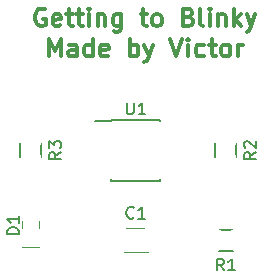
<source format=gbr>
G04 #@! TF.FileFunction,Legend,Top*
%FSLAX46Y46*%
G04 Gerber Fmt 4.6, Leading zero omitted, Abs format (unit mm)*
G04 Created by KiCad (PCBNEW 4.0.5) date 02/12/17 15:01:25*
%MOMM*%
%LPD*%
G01*
G04 APERTURE LIST*
%ADD10C,0.100000*%
%ADD11C,0.300000*%
%ADD12C,0.120000*%
%ADD13C,0.150000*%
%ADD14R,2.400000X2.000000*%
%ADD15R,1.600000X1.600000*%
%ADD16R,1.900000X1.700000*%
%ADD17R,1.700000X1.900000*%
%ADD18R,1.950000X1.000000*%
G04 APERTURE END LIST*
D10*
D11*
X109173428Y-65539000D02*
X109030571Y-65467571D01*
X108816285Y-65467571D01*
X108602000Y-65539000D01*
X108459142Y-65681857D01*
X108387714Y-65824714D01*
X108316285Y-66110429D01*
X108316285Y-66324714D01*
X108387714Y-66610429D01*
X108459142Y-66753286D01*
X108602000Y-66896143D01*
X108816285Y-66967571D01*
X108959142Y-66967571D01*
X109173428Y-66896143D01*
X109244857Y-66824714D01*
X109244857Y-66324714D01*
X108959142Y-66324714D01*
X110459142Y-66896143D02*
X110316285Y-66967571D01*
X110030571Y-66967571D01*
X109887714Y-66896143D01*
X109816285Y-66753286D01*
X109816285Y-66181857D01*
X109887714Y-66039000D01*
X110030571Y-65967571D01*
X110316285Y-65967571D01*
X110459142Y-66039000D01*
X110530571Y-66181857D01*
X110530571Y-66324714D01*
X109816285Y-66467571D01*
X110959142Y-65967571D02*
X111530571Y-65967571D01*
X111173428Y-65467571D02*
X111173428Y-66753286D01*
X111244856Y-66896143D01*
X111387714Y-66967571D01*
X111530571Y-66967571D01*
X111816285Y-65967571D02*
X112387714Y-65967571D01*
X112030571Y-65467571D02*
X112030571Y-66753286D01*
X112101999Y-66896143D01*
X112244857Y-66967571D01*
X112387714Y-66967571D01*
X112887714Y-66967571D02*
X112887714Y-65967571D01*
X112887714Y-65467571D02*
X112816285Y-65539000D01*
X112887714Y-65610429D01*
X112959142Y-65539000D01*
X112887714Y-65467571D01*
X112887714Y-65610429D01*
X113602000Y-65967571D02*
X113602000Y-66967571D01*
X113602000Y-66110429D02*
X113673428Y-66039000D01*
X113816286Y-65967571D01*
X114030571Y-65967571D01*
X114173428Y-66039000D01*
X114244857Y-66181857D01*
X114244857Y-66967571D01*
X115602000Y-65967571D02*
X115602000Y-67181857D01*
X115530571Y-67324714D01*
X115459143Y-67396143D01*
X115316286Y-67467571D01*
X115102000Y-67467571D01*
X114959143Y-67396143D01*
X115602000Y-66896143D02*
X115459143Y-66967571D01*
X115173429Y-66967571D01*
X115030571Y-66896143D01*
X114959143Y-66824714D01*
X114887714Y-66681857D01*
X114887714Y-66253286D01*
X114959143Y-66110429D01*
X115030571Y-66039000D01*
X115173429Y-65967571D01*
X115459143Y-65967571D01*
X115602000Y-66039000D01*
X117244857Y-65967571D02*
X117816286Y-65967571D01*
X117459143Y-65467571D02*
X117459143Y-66753286D01*
X117530571Y-66896143D01*
X117673429Y-66967571D01*
X117816286Y-66967571D01*
X118530572Y-66967571D02*
X118387714Y-66896143D01*
X118316286Y-66824714D01*
X118244857Y-66681857D01*
X118244857Y-66253286D01*
X118316286Y-66110429D01*
X118387714Y-66039000D01*
X118530572Y-65967571D01*
X118744857Y-65967571D01*
X118887714Y-66039000D01*
X118959143Y-66110429D01*
X119030572Y-66253286D01*
X119030572Y-66681857D01*
X118959143Y-66824714D01*
X118887714Y-66896143D01*
X118744857Y-66967571D01*
X118530572Y-66967571D01*
X121316286Y-66181857D02*
X121530572Y-66253286D01*
X121602000Y-66324714D01*
X121673429Y-66467571D01*
X121673429Y-66681857D01*
X121602000Y-66824714D01*
X121530572Y-66896143D01*
X121387714Y-66967571D01*
X120816286Y-66967571D01*
X120816286Y-65467571D01*
X121316286Y-65467571D01*
X121459143Y-65539000D01*
X121530572Y-65610429D01*
X121602000Y-65753286D01*
X121602000Y-65896143D01*
X121530572Y-66039000D01*
X121459143Y-66110429D01*
X121316286Y-66181857D01*
X120816286Y-66181857D01*
X122530572Y-66967571D02*
X122387714Y-66896143D01*
X122316286Y-66753286D01*
X122316286Y-65467571D01*
X123102000Y-66967571D02*
X123102000Y-65967571D01*
X123102000Y-65467571D02*
X123030571Y-65539000D01*
X123102000Y-65610429D01*
X123173428Y-65539000D01*
X123102000Y-65467571D01*
X123102000Y-65610429D01*
X123816286Y-65967571D02*
X123816286Y-66967571D01*
X123816286Y-66110429D02*
X123887714Y-66039000D01*
X124030572Y-65967571D01*
X124244857Y-65967571D01*
X124387714Y-66039000D01*
X124459143Y-66181857D01*
X124459143Y-66967571D01*
X125173429Y-66967571D02*
X125173429Y-65467571D01*
X125316286Y-66396143D02*
X125744857Y-66967571D01*
X125744857Y-65967571D02*
X125173429Y-66539000D01*
X126244858Y-65967571D02*
X126602001Y-66967571D01*
X126959143Y-65967571D02*
X126602001Y-66967571D01*
X126459143Y-67324714D01*
X126387715Y-67396143D01*
X126244858Y-67467571D01*
X109494858Y-69517571D02*
X109494858Y-68017571D01*
X109994858Y-69089000D01*
X110494858Y-68017571D01*
X110494858Y-69517571D01*
X111852001Y-69517571D02*
X111852001Y-68731857D01*
X111780572Y-68589000D01*
X111637715Y-68517571D01*
X111352001Y-68517571D01*
X111209144Y-68589000D01*
X111852001Y-69446143D02*
X111709144Y-69517571D01*
X111352001Y-69517571D01*
X111209144Y-69446143D01*
X111137715Y-69303286D01*
X111137715Y-69160429D01*
X111209144Y-69017571D01*
X111352001Y-68946143D01*
X111709144Y-68946143D01*
X111852001Y-68874714D01*
X113209144Y-69517571D02*
X113209144Y-68017571D01*
X113209144Y-69446143D02*
X113066287Y-69517571D01*
X112780573Y-69517571D01*
X112637715Y-69446143D01*
X112566287Y-69374714D01*
X112494858Y-69231857D01*
X112494858Y-68803286D01*
X112566287Y-68660429D01*
X112637715Y-68589000D01*
X112780573Y-68517571D01*
X113066287Y-68517571D01*
X113209144Y-68589000D01*
X114494858Y-69446143D02*
X114352001Y-69517571D01*
X114066287Y-69517571D01*
X113923430Y-69446143D01*
X113852001Y-69303286D01*
X113852001Y-68731857D01*
X113923430Y-68589000D01*
X114066287Y-68517571D01*
X114352001Y-68517571D01*
X114494858Y-68589000D01*
X114566287Y-68731857D01*
X114566287Y-68874714D01*
X113852001Y-69017571D01*
X116352001Y-69517571D02*
X116352001Y-68017571D01*
X116352001Y-68589000D02*
X116494858Y-68517571D01*
X116780572Y-68517571D01*
X116923429Y-68589000D01*
X116994858Y-68660429D01*
X117066287Y-68803286D01*
X117066287Y-69231857D01*
X116994858Y-69374714D01*
X116923429Y-69446143D01*
X116780572Y-69517571D01*
X116494858Y-69517571D01*
X116352001Y-69446143D01*
X117566287Y-68517571D02*
X117923430Y-69517571D01*
X118280572Y-68517571D02*
X117923430Y-69517571D01*
X117780572Y-69874714D01*
X117709144Y-69946143D01*
X117566287Y-70017571D01*
X119780572Y-68017571D02*
X120280572Y-69517571D01*
X120780572Y-68017571D01*
X121280572Y-69517571D02*
X121280572Y-68517571D01*
X121280572Y-68017571D02*
X121209143Y-68089000D01*
X121280572Y-68160429D01*
X121352000Y-68089000D01*
X121280572Y-68017571D01*
X121280572Y-68160429D01*
X122637715Y-69446143D02*
X122494858Y-69517571D01*
X122209144Y-69517571D01*
X122066286Y-69446143D01*
X121994858Y-69374714D01*
X121923429Y-69231857D01*
X121923429Y-68803286D01*
X121994858Y-68660429D01*
X122066286Y-68589000D01*
X122209144Y-68517571D01*
X122494858Y-68517571D01*
X122637715Y-68589000D01*
X123066286Y-68517571D02*
X123637715Y-68517571D01*
X123280572Y-68017571D02*
X123280572Y-69303286D01*
X123352000Y-69446143D01*
X123494858Y-69517571D01*
X123637715Y-69517571D01*
X124352001Y-69517571D02*
X124209143Y-69446143D01*
X124137715Y-69374714D01*
X124066286Y-69231857D01*
X124066286Y-68803286D01*
X124137715Y-68660429D01*
X124209143Y-68589000D01*
X124352001Y-68517571D01*
X124566286Y-68517571D01*
X124709143Y-68589000D01*
X124780572Y-68660429D01*
X124852001Y-68803286D01*
X124852001Y-69231857D01*
X124780572Y-69374714D01*
X124709143Y-69446143D01*
X124566286Y-69517571D01*
X124352001Y-69517571D01*
X125494858Y-69517571D02*
X125494858Y-68517571D01*
X125494858Y-68803286D02*
X125566286Y-68660429D01*
X125637715Y-68589000D01*
X125780572Y-68517571D01*
X125923429Y-68517571D01*
D12*
X117840000Y-84065000D02*
X115840000Y-84065000D01*
X115840000Y-86115000D02*
X117840000Y-86115000D01*
X107250000Y-85620000D02*
X108650000Y-85620000D01*
X108650000Y-85620000D02*
X108650000Y-82820000D01*
X107250000Y-85620000D02*
X107250000Y-82820000D01*
D13*
X123860000Y-84215000D02*
X125060000Y-84215000D01*
X125060000Y-85965000D02*
X123860000Y-85965000D01*
X123585000Y-78070000D02*
X123585000Y-76870000D01*
X125335000Y-76870000D02*
X125335000Y-78070000D01*
X107075000Y-78070000D02*
X107075000Y-76870000D01*
X108825000Y-76870000D02*
X108825000Y-78070000D01*
X114765000Y-74895000D02*
X114765000Y-74945000D01*
X118915000Y-74895000D02*
X118915000Y-75040000D01*
X118915000Y-80045000D02*
X118915000Y-79900000D01*
X114765000Y-80045000D02*
X114765000Y-79900000D01*
X114765000Y-74895000D02*
X118915000Y-74895000D01*
X114765000Y-80045000D02*
X118915000Y-80045000D01*
X114765000Y-74945000D02*
X113365000Y-74945000D01*
X116673334Y-83147143D02*
X116625715Y-83194762D01*
X116482858Y-83242381D01*
X116387620Y-83242381D01*
X116244762Y-83194762D01*
X116149524Y-83099524D01*
X116101905Y-83004286D01*
X116054286Y-82813810D01*
X116054286Y-82670952D01*
X116101905Y-82480476D01*
X116149524Y-82385238D01*
X116244762Y-82290000D01*
X116387620Y-82242381D01*
X116482858Y-82242381D01*
X116625715Y-82290000D01*
X116673334Y-82337619D01*
X117625715Y-83242381D02*
X117054286Y-83242381D01*
X117340000Y-83242381D02*
X117340000Y-82242381D01*
X117244762Y-82385238D01*
X117149524Y-82480476D01*
X117054286Y-82528095D01*
X106952381Y-84558095D02*
X105952381Y-84558095D01*
X105952381Y-84320000D01*
X106000000Y-84177142D01*
X106095238Y-84081904D01*
X106190476Y-84034285D01*
X106380952Y-83986666D01*
X106523810Y-83986666D01*
X106714286Y-84034285D01*
X106809524Y-84081904D01*
X106904762Y-84177142D01*
X106952381Y-84320000D01*
X106952381Y-84558095D01*
X106952381Y-83034285D02*
X106952381Y-83605714D01*
X106952381Y-83320000D02*
X105952381Y-83320000D01*
X106095238Y-83415238D01*
X106190476Y-83510476D01*
X106238095Y-83605714D01*
X124293334Y-87642381D02*
X123960000Y-87166190D01*
X123721905Y-87642381D02*
X123721905Y-86642381D01*
X124102858Y-86642381D01*
X124198096Y-86690000D01*
X124245715Y-86737619D01*
X124293334Y-86832857D01*
X124293334Y-86975714D01*
X124245715Y-87070952D01*
X124198096Y-87118571D01*
X124102858Y-87166190D01*
X123721905Y-87166190D01*
X125245715Y-87642381D02*
X124674286Y-87642381D01*
X124960000Y-87642381D02*
X124960000Y-86642381D01*
X124864762Y-86785238D01*
X124769524Y-86880476D01*
X124674286Y-86928095D01*
X127012381Y-77636666D02*
X126536190Y-77970000D01*
X127012381Y-78208095D02*
X126012381Y-78208095D01*
X126012381Y-77827142D01*
X126060000Y-77731904D01*
X126107619Y-77684285D01*
X126202857Y-77636666D01*
X126345714Y-77636666D01*
X126440952Y-77684285D01*
X126488571Y-77731904D01*
X126536190Y-77827142D01*
X126536190Y-78208095D01*
X126107619Y-77255714D02*
X126060000Y-77208095D01*
X126012381Y-77112857D01*
X126012381Y-76874761D01*
X126060000Y-76779523D01*
X126107619Y-76731904D01*
X126202857Y-76684285D01*
X126298095Y-76684285D01*
X126440952Y-76731904D01*
X127012381Y-77303333D01*
X127012381Y-76684285D01*
X110502381Y-77636666D02*
X110026190Y-77970000D01*
X110502381Y-78208095D02*
X109502381Y-78208095D01*
X109502381Y-77827142D01*
X109550000Y-77731904D01*
X109597619Y-77684285D01*
X109692857Y-77636666D01*
X109835714Y-77636666D01*
X109930952Y-77684285D01*
X109978571Y-77731904D01*
X110026190Y-77827142D01*
X110026190Y-78208095D01*
X109502381Y-77303333D02*
X109502381Y-76684285D01*
X109883333Y-77017619D01*
X109883333Y-76874761D01*
X109930952Y-76779523D01*
X109978571Y-76731904D01*
X110073810Y-76684285D01*
X110311905Y-76684285D01*
X110407143Y-76731904D01*
X110454762Y-76779523D01*
X110502381Y-76874761D01*
X110502381Y-77160476D01*
X110454762Y-77255714D01*
X110407143Y-77303333D01*
X116078095Y-73422381D02*
X116078095Y-74231905D01*
X116125714Y-74327143D01*
X116173333Y-74374762D01*
X116268571Y-74422381D01*
X116459048Y-74422381D01*
X116554286Y-74374762D01*
X116601905Y-74327143D01*
X116649524Y-74231905D01*
X116649524Y-73422381D01*
X117649524Y-74422381D02*
X117078095Y-74422381D01*
X117363809Y-74422381D02*
X117363809Y-73422381D01*
X117268571Y-73565238D01*
X117173333Y-73660476D01*
X117078095Y-73708095D01*
%LPC*%
D14*
X114840000Y-85090000D03*
X118840000Y-85090000D03*
D15*
X107950000Y-82720000D03*
X107950000Y-84920000D03*
D16*
X125810000Y-85090000D03*
X123110000Y-85090000D03*
D17*
X124460000Y-76120000D03*
X124460000Y-78820000D03*
X107950000Y-76120000D03*
X107950000Y-78820000D03*
D18*
X114140000Y-75565000D03*
X114140000Y-76835000D03*
X114140000Y-78105000D03*
X114140000Y-79375000D03*
X119540000Y-79375000D03*
X119540000Y-78105000D03*
X119540000Y-76835000D03*
X119540000Y-75565000D03*
M02*

</source>
